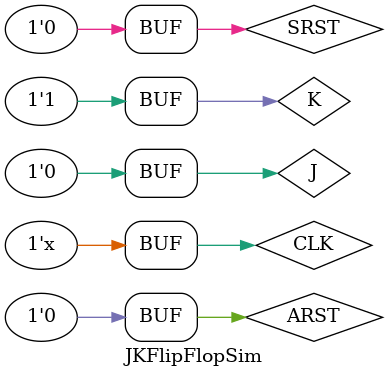
<source format=v>
`timescale 1ns / 1ps


module JKFlipFlopSim(

    );
    
    reg J, K, CLK, ARST, SRST;
    wire Q;
    
    JKFlipFlop UUT(.J(J), .K(K), .CLK(CLK), .ARST(ARST), .SRST(SRST), .Q(Q));
    
    always
    begin
        #5 CLK=~CLK;
    end
    
    initial begin
        J=0;
        K=0;
        CLK=0;
        ARST=1;
        SRST=0;
        #3;
        
        ARST=0;
        J=1;
        K=0;
        #5;
        
        J=0;
        K=0;
        #5;
        
        SRST=1;
        #5;
        
        SRST=0;
        J=1;
        K=1;
        #10;
        
        
        J=0;
        K=0;
        #10;
        
        J=0;
        K=1;
        #10;
        
    end
endmodule

</source>
